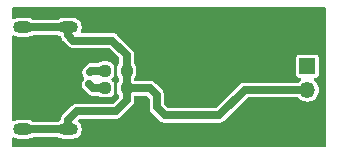
<source format=gbr>
%TF.GenerationSoftware,KiCad,Pcbnew,8.0.8*%
%TF.CreationDate,2025-02-05T16:41:29+08:00*%
%TF.ProjectId,5V24VBoostUp(USBC),35563234-5642-46f6-9f73-745570285553,rev?*%
%TF.SameCoordinates,Original*%
%TF.FileFunction,Copper,L2,Bot*%
%TF.FilePolarity,Positive*%
%FSLAX46Y46*%
G04 Gerber Fmt 4.6, Leading zero omitted, Abs format (unit mm)*
G04 Created by KiCad (PCBNEW 8.0.8) date 2025-02-05 16:41:29*
%MOMM*%
%LPD*%
G01*
G04 APERTURE LIST*
G04 Aperture macros list*
%AMRoundRect*
0 Rectangle with rounded corners*
0 $1 Rounding radius*
0 $2 $3 $4 $5 $6 $7 $8 $9 X,Y pos of 4 corners*
0 Add a 4 corners polygon primitive as box body*
4,1,4,$2,$3,$4,$5,$6,$7,$8,$9,$2,$3,0*
0 Add four circle primitives for the rounded corners*
1,1,$1+$1,$2,$3*
1,1,$1+$1,$4,$5*
1,1,$1+$1,$6,$7*
1,1,$1+$1,$8,$9*
0 Add four rect primitives between the rounded corners*
20,1,$1+$1,$2,$3,$4,$5,0*
20,1,$1+$1,$4,$5,$6,$7,0*
20,1,$1+$1,$6,$7,$8,$9,0*
20,1,$1+$1,$8,$9,$2,$3,0*%
G04 Aperture macros list end*
%TA.AperFunction,HeatsinkPad*%
%ADD10O,1.700000X1.000000*%
%TD*%
%TA.AperFunction,ComponentPad*%
%ADD11R,1.350000X1.350000*%
%TD*%
%TA.AperFunction,ComponentPad*%
%ADD12O,1.350000X1.350000*%
%TD*%
%TA.AperFunction,SMDPad,CuDef*%
%ADD13RoundRect,0.237500X-0.250000X-0.237500X0.250000X-0.237500X0.250000X0.237500X-0.250000X0.237500X0*%
%TD*%
%TA.AperFunction,ViaPad*%
%ADD14C,0.600000*%
%TD*%
%TA.AperFunction,Conductor*%
%ADD15C,0.650000*%
%TD*%
G04 APERTURE END LIST*
D10*
%TO.P,J3,S1,SHIELD*%
%TO.N,GND*%
X115898000Y-88843200D03*
X112098000Y-88843200D03*
X115898000Y-97483200D03*
X112098000Y-97483200D03*
%TD*%
D11*
%TO.P,J2,1,Pin_1*%
%TO.N,Net-(D1-K)*%
X136169400Y-92151200D03*
D12*
%TO.P,J2,2,Pin_2*%
%TO.N,GND*%
X136169400Y-94151200D03*
%TD*%
D13*
%TO.P,R4,1*%
%TO.N,Net-(J3-CC2)*%
X119022500Y-94005400D03*
%TO.P,R4,2*%
%TO.N,GND*%
X120847500Y-94005400D03*
%TD*%
%TO.P,R3,1*%
%TO.N,Net-(J3-CC1)*%
X119024400Y-92506800D03*
%TO.P,R3,2*%
%TO.N,GND*%
X120849400Y-92506800D03*
%TD*%
D14*
%TO.N,GND*%
X126415800Y-96291400D03*
X123418600Y-95123000D03*
X117729000Y-95957801D03*
X117322600Y-89966800D03*
%TO.N,Net-(J3-CC1)*%
X117729000Y-92659200D03*
%TO.N,Net-(J3-CC2)*%
X117703600Y-93675200D03*
%TD*%
D15*
%TO.N,GND*%
X124079000Y-96291400D02*
X123418600Y-95631000D01*
X115898000Y-88843200D02*
X115898000Y-89507400D01*
X128701800Y-96291400D02*
X126415800Y-96291400D01*
X136169400Y-94151200D02*
X130842000Y-94151200D01*
X117729000Y-95957801D02*
X119916799Y-95957801D01*
X112098000Y-88843200D02*
X115898000Y-88843200D01*
X117729000Y-95957801D02*
X117732399Y-95961200D01*
X120849400Y-92506800D02*
X120849400Y-94003500D01*
X112098000Y-97483200D02*
X115898000Y-97483200D01*
X120849400Y-91156800D02*
X120849400Y-92506800D01*
X130842000Y-94151200D02*
X128701800Y-96291400D01*
X115898000Y-97483200D02*
X115898000Y-96674600D01*
X123418600Y-94589600D02*
X123418600Y-95123000D01*
X122834400Y-94005400D02*
X123418600Y-94589600D01*
X115898000Y-96674600D02*
X116614799Y-95957801D01*
X126415800Y-96291400D02*
X124079000Y-96291400D01*
X120847500Y-94005400D02*
X122834400Y-94005400D01*
X116357400Y-89966800D02*
X117322600Y-89966800D01*
X116614799Y-95957801D02*
X117729000Y-95957801D01*
X120847500Y-95027100D02*
X120847500Y-94005400D01*
X115898000Y-89507400D02*
X116357400Y-89966800D01*
X119916799Y-95957801D02*
X120847500Y-95027100D01*
X119659400Y-89966800D02*
X120849400Y-91156800D01*
X117322600Y-89966800D02*
X119659400Y-89966800D01*
X123418600Y-95631000D02*
X123418600Y-95123000D01*
X120849400Y-94003500D02*
X120847500Y-94005400D01*
%TO.N,Net-(J3-CC1)*%
X117881400Y-92506800D02*
X117729000Y-92659200D01*
X119024400Y-92506800D02*
X117881400Y-92506800D01*
%TO.N,Net-(J3-CC2)*%
X119022500Y-94005400D02*
X118033800Y-94005400D01*
X118033800Y-94005400D02*
X117703600Y-93675200D01*
%TD*%
%TA.AperFunction,NonConductor*%
G36*
X115072689Y-89488385D02*
G01*
X115074541Y-89489598D01*
X115168821Y-89552594D01*
X115217018Y-89572557D01*
X115271419Y-89616397D01*
X115291181Y-89662927D01*
X115296534Y-89689843D01*
X115296536Y-89689849D01*
X115296537Y-89689851D01*
X115343688Y-89803686D01*
X115343690Y-89803688D01*
X115343690Y-89803689D01*
X115366999Y-89838572D01*
X115367000Y-89838574D01*
X115412140Y-89906131D01*
X115412141Y-89906132D01*
X115412142Y-89906133D01*
X115499267Y-89993258D01*
X115499268Y-89993258D01*
X115506335Y-90000325D01*
X115506334Y-90000325D01*
X115506338Y-90000328D01*
X115958663Y-90452655D01*
X115958667Y-90452658D01*
X116061110Y-90521109D01*
X116061111Y-90521109D01*
X116061115Y-90521112D01*
X116127796Y-90548731D01*
X116127798Y-90548733D01*
X116157529Y-90561047D01*
X116174948Y-90568263D01*
X116295794Y-90592300D01*
X116419007Y-90592300D01*
X117260994Y-90592300D01*
X119348948Y-90592300D01*
X119415987Y-90611985D01*
X119436629Y-90628619D01*
X120187581Y-91379571D01*
X120221066Y-91440894D01*
X120223900Y-91467252D01*
X120223900Y-91832392D01*
X120204215Y-91899431D01*
X120198704Y-91907317D01*
X120126039Y-92003139D01*
X120071782Y-92140724D01*
X120071782Y-92140725D01*
X120061400Y-92227181D01*
X120061400Y-92786418D01*
X120071782Y-92872874D01*
X120071782Y-92872875D01*
X120071783Y-92872877D01*
X120121505Y-92998964D01*
X120126039Y-93010460D01*
X120198704Y-93106283D01*
X120223527Y-93171594D01*
X120223900Y-93181208D01*
X120223900Y-93328486D01*
X120204215Y-93395525D01*
X120198704Y-93403411D01*
X120124139Y-93501739D01*
X120069882Y-93639324D01*
X120069882Y-93639325D01*
X120059500Y-93725781D01*
X120059500Y-94285018D01*
X120069882Y-94371474D01*
X120069882Y-94371475D01*
X120069883Y-94371477D01*
X120117117Y-94491255D01*
X120124139Y-94509060D01*
X120196804Y-94604883D01*
X120221627Y-94670194D01*
X120222000Y-94679808D01*
X120222000Y-94716648D01*
X120202315Y-94783687D01*
X120185681Y-94804329D01*
X119694028Y-95295982D01*
X119632705Y-95329467D01*
X119606347Y-95332301D01*
X116553188Y-95332301D01*
X116492770Y-95344319D01*
X116432347Y-95356338D01*
X116432342Y-95356339D01*
X116401632Y-95369060D01*
X116385196Y-95375868D01*
X116362968Y-95385075D01*
X116318512Y-95403489D01*
X116308356Y-95410276D01*
X116308248Y-95410348D01*
X116216067Y-95471941D01*
X116175051Y-95512958D01*
X116128941Y-95559068D01*
X115412144Y-96275864D01*
X115412138Y-96275872D01*
X115343690Y-96378308D01*
X115343688Y-96378313D01*
X115316622Y-96443658D01*
X115296538Y-96492144D01*
X115296535Y-96492156D01*
X115272500Y-96612989D01*
X115272500Y-96648006D01*
X115252815Y-96715045D01*
X115200011Y-96760800D01*
X115195954Y-96762567D01*
X115168821Y-96773806D01*
X115168815Y-96773809D01*
X115074541Y-96836802D01*
X115007864Y-96857680D01*
X115005650Y-96857700D01*
X112990350Y-96857700D01*
X112923311Y-96838015D01*
X112921459Y-96836802D01*
X112827184Y-96773809D01*
X112827172Y-96773802D01*
X112681501Y-96713464D01*
X112681489Y-96713461D01*
X112526845Y-96682700D01*
X112526842Y-96682700D01*
X111669158Y-96682700D01*
X111669155Y-96682700D01*
X111514510Y-96713461D01*
X111514498Y-96713464D01*
X111368827Y-96773802D01*
X111368816Y-96773808D01*
X111335790Y-96795876D01*
X111269113Y-96816753D01*
X111201733Y-96798268D01*
X111155043Y-96746289D01*
X111142900Y-96692773D01*
X111142900Y-93613588D01*
X117078100Y-93613588D01*
X117078100Y-93736811D01*
X117102135Y-93857644D01*
X117102140Y-93857661D01*
X117149285Y-93971481D01*
X117149290Y-93971490D01*
X117217739Y-94073927D01*
X117217745Y-94073935D01*
X117544816Y-94401006D01*
X117544845Y-94401037D01*
X117635063Y-94491255D01*
X117635067Y-94491258D01*
X117737507Y-94559707D01*
X117737513Y-94559710D01*
X117737514Y-94559711D01*
X117851348Y-94606863D01*
X117911771Y-94618881D01*
X117972193Y-94630900D01*
X117972194Y-94630900D01*
X118352076Y-94630900D01*
X118419115Y-94650585D01*
X118427001Y-94656096D01*
X118479333Y-94695781D01*
X118506342Y-94716262D01*
X118643923Y-94770517D01*
X118695409Y-94776700D01*
X118730381Y-94780900D01*
X118730382Y-94780900D01*
X119314619Y-94780900D01*
X119349591Y-94776700D01*
X119401077Y-94770517D01*
X119538658Y-94716262D01*
X119656500Y-94626900D01*
X119745862Y-94509058D01*
X119800117Y-94371477D01*
X119810500Y-94285018D01*
X119810500Y-93725782D01*
X119800117Y-93639323D01*
X119745862Y-93501742D01*
X119739047Y-93492755D01*
X119656500Y-93383899D01*
X119619213Y-93355624D01*
X119577690Y-93299432D01*
X119573138Y-93229710D01*
X119607003Y-93168596D01*
X119619208Y-93158019D01*
X119658400Y-93128300D01*
X119747762Y-93010458D01*
X119802017Y-92872877D01*
X119812400Y-92786418D01*
X119812400Y-92227182D01*
X119802017Y-92140723D01*
X119747762Y-92003142D01*
X119735305Y-91986715D01*
X119658400Y-91885299D01*
X119540560Y-91795939D01*
X119540558Y-91795938D01*
X119402977Y-91741683D01*
X119402976Y-91741682D01*
X119402974Y-91741682D01*
X119316519Y-91731300D01*
X119316518Y-91731300D01*
X118732282Y-91731300D01*
X118732281Y-91731300D01*
X118645825Y-91741682D01*
X118645824Y-91741682D01*
X118508239Y-91795939D01*
X118428901Y-91856104D01*
X118363590Y-91880927D01*
X118353976Y-91881300D01*
X117819789Y-91881300D01*
X117759371Y-91893318D01*
X117721659Y-91900819D01*
X117698950Y-91905336D01*
X117698948Y-91905337D01*
X117665607Y-91919147D01*
X117585119Y-91952484D01*
X117585105Y-91952492D01*
X117482672Y-92020938D01*
X117482664Y-92020944D01*
X117243147Y-92260461D01*
X117243140Y-92260469D01*
X117174690Y-92362909D01*
X117174685Y-92362918D01*
X117127540Y-92476738D01*
X117127535Y-92476755D01*
X117103500Y-92597588D01*
X117103500Y-92720811D01*
X117127535Y-92841644D01*
X117127540Y-92841661D01*
X117174685Y-92955481D01*
X117174690Y-92955490D01*
X117243139Y-93057927D01*
X117243141Y-93057931D01*
X117252032Y-93066822D01*
X117285514Y-93128146D01*
X117280527Y-93197838D01*
X117252029Y-93242180D01*
X117217745Y-93276464D01*
X117217739Y-93276472D01*
X117149290Y-93378909D01*
X117149285Y-93378918D01*
X117102140Y-93492738D01*
X117102135Y-93492755D01*
X117078100Y-93613588D01*
X111142900Y-93613588D01*
X111142900Y-89633626D01*
X111162585Y-89566587D01*
X111215389Y-89520832D01*
X111284547Y-89510888D01*
X111335792Y-89530525D01*
X111368812Y-89552589D01*
X111368827Y-89552597D01*
X111514498Y-89612935D01*
X111514503Y-89612937D01*
X111669153Y-89643699D01*
X111669156Y-89643700D01*
X111669158Y-89643700D01*
X112526844Y-89643700D01*
X112526845Y-89643699D01*
X112681497Y-89612937D01*
X112827179Y-89552594D01*
X112921459Y-89489598D01*
X112988136Y-89468720D01*
X112990350Y-89468700D01*
X115005650Y-89468700D01*
X115072689Y-89488385D01*
G37*
%TD.AperFunction*%
%TA.AperFunction,NonConductor*%
G36*
X137720139Y-87184985D02*
G01*
X137765894Y-87237789D01*
X137777100Y-87289300D01*
X137777100Y-98892700D01*
X137757415Y-98959739D01*
X137704611Y-99005494D01*
X137653100Y-99016700D01*
X111266900Y-99016700D01*
X111199861Y-98997015D01*
X111154106Y-98944211D01*
X111142900Y-98892700D01*
X111142900Y-98273626D01*
X111162585Y-98206587D01*
X111215389Y-98160832D01*
X111284547Y-98150888D01*
X111335792Y-98170525D01*
X111368812Y-98192589D01*
X111368827Y-98192597D01*
X111514498Y-98252935D01*
X111514503Y-98252937D01*
X111669153Y-98283699D01*
X111669156Y-98283700D01*
X111669158Y-98283700D01*
X112526844Y-98283700D01*
X112526845Y-98283699D01*
X112681497Y-98252937D01*
X112827179Y-98192594D01*
X112921459Y-98129598D01*
X112988136Y-98108720D01*
X112990350Y-98108700D01*
X115005650Y-98108700D01*
X115072689Y-98128385D01*
X115074541Y-98129598D01*
X115168821Y-98192594D01*
X115168823Y-98192595D01*
X115168827Y-98192597D01*
X115314498Y-98252935D01*
X115314503Y-98252937D01*
X115469153Y-98283699D01*
X115469156Y-98283700D01*
X115469158Y-98283700D01*
X116326844Y-98283700D01*
X116326845Y-98283699D01*
X116481497Y-98252937D01*
X116627179Y-98192594D01*
X116758289Y-98104989D01*
X116869789Y-97993489D01*
X116957394Y-97862379D01*
X117017737Y-97716697D01*
X117048500Y-97562042D01*
X117048500Y-97404358D01*
X117048500Y-97404355D01*
X117048499Y-97404353D01*
X117017738Y-97249710D01*
X117017737Y-97249703D01*
X117017735Y-97249698D01*
X116957397Y-97104027D01*
X116957390Y-97104014D01*
X116869789Y-96972911D01*
X116869786Y-96972907D01*
X116764715Y-96867836D01*
X116731230Y-96806513D01*
X116736214Y-96736821D01*
X116764712Y-96692477D01*
X116837571Y-96619618D01*
X116898894Y-96586135D01*
X116925251Y-96583301D01*
X117641492Y-96583301D01*
X117665682Y-96585683D01*
X117670792Y-96586700D01*
X117670793Y-96586700D01*
X117794005Y-96586700D01*
X117794006Y-96586700D01*
X117799115Y-96585683D01*
X117823306Y-96583301D01*
X119978406Y-96583301D01*
X120038828Y-96571282D01*
X120099251Y-96559264D01*
X120151883Y-96537463D01*
X120213085Y-96512113D01*
X120270345Y-96473852D01*
X120315532Y-96443659D01*
X120402657Y-96356534D01*
X120402658Y-96356531D01*
X120409724Y-96349466D01*
X120409727Y-96349462D01*
X121246229Y-95512960D01*
X121246233Y-95512958D01*
X121333358Y-95425833D01*
X121371291Y-95369063D01*
X121401812Y-95323386D01*
X121439554Y-95232267D01*
X121448963Y-95209552D01*
X121473000Y-95088706D01*
X121473000Y-94754900D01*
X121492685Y-94687861D01*
X121545489Y-94642106D01*
X121597000Y-94630900D01*
X122523948Y-94630900D01*
X122590987Y-94650585D01*
X122611629Y-94667219D01*
X122756781Y-94812371D01*
X122790266Y-94873694D01*
X122793100Y-94900052D01*
X122793100Y-95061394D01*
X122793100Y-95569393D01*
X122793100Y-95692607D01*
X122793100Y-95692609D01*
X122793099Y-95692609D01*
X122800275Y-95728679D01*
X122800275Y-95728681D01*
X122817135Y-95813444D01*
X122817138Y-95813454D01*
X122830947Y-95846792D01*
X122830947Y-95846793D01*
X122864285Y-95927280D01*
X122864290Y-95927289D01*
X122898514Y-95978507D01*
X122898515Y-95978509D01*
X122932740Y-96029731D01*
X122932741Y-96029732D01*
X122932742Y-96029733D01*
X123019867Y-96116858D01*
X123019868Y-96116858D01*
X123026935Y-96123925D01*
X123026934Y-96123925D01*
X123026938Y-96123928D01*
X123680263Y-96777255D01*
X123680267Y-96777258D01*
X123782710Y-96845709D01*
X123782711Y-96845709D01*
X123782715Y-96845712D01*
X123849396Y-96873331D01*
X123849398Y-96873333D01*
X123896543Y-96892861D01*
X123896548Y-96892863D01*
X123916597Y-96896851D01*
X123950196Y-96903534D01*
X124017392Y-96916901D01*
X124017394Y-96916901D01*
X124146721Y-96916901D01*
X124146741Y-96916900D01*
X128763407Y-96916900D01*
X128823829Y-96904881D01*
X128884252Y-96892863D01*
X128923891Y-96876444D01*
X128998086Y-96845712D01*
X129049309Y-96811484D01*
X129100533Y-96777258D01*
X129187658Y-96690133D01*
X129187659Y-96690131D01*
X129194725Y-96683065D01*
X129194727Y-96683061D01*
X131064771Y-94813019D01*
X131126094Y-94779534D01*
X131152452Y-94776700D01*
X135362138Y-94776700D01*
X135429177Y-94796385D01*
X135457992Y-94822036D01*
X135476280Y-94844320D01*
X135624817Y-94966222D01*
X135624824Y-94966226D01*
X135794281Y-95056803D01*
X135794283Y-95056803D01*
X135794286Y-95056805D01*
X135978169Y-95112585D01*
X135978168Y-95112585D01*
X135995314Y-95114273D01*
X136169400Y-95131420D01*
X136360631Y-95112585D01*
X136544514Y-95056805D01*
X136713981Y-94966223D01*
X136862520Y-94844320D01*
X136984423Y-94695781D01*
X137075005Y-94526314D01*
X137130785Y-94342431D01*
X137149620Y-94151200D01*
X137130785Y-93959969D01*
X137075005Y-93776086D01*
X137075003Y-93776083D01*
X137075003Y-93776081D01*
X136984426Y-93606624D01*
X136984422Y-93606617D01*
X136862520Y-93458079D01*
X136726623Y-93346552D01*
X136687289Y-93288807D01*
X136685418Y-93218962D01*
X136721605Y-93159194D01*
X136784361Y-93128478D01*
X136805287Y-93126699D01*
X136889264Y-93126699D01*
X136889279Y-93126697D01*
X136889282Y-93126697D01*
X136914387Y-93123786D01*
X136914388Y-93123785D01*
X136914391Y-93123785D01*
X137017165Y-93078406D01*
X137096606Y-92998965D01*
X137141985Y-92896191D01*
X137144900Y-92871065D01*
X137144899Y-91431336D01*
X137143108Y-91415890D01*
X137141986Y-91406212D01*
X137141985Y-91406210D01*
X137141985Y-91406209D01*
X137096606Y-91303435D01*
X137017165Y-91223994D01*
X137017163Y-91223993D01*
X136914392Y-91178615D01*
X136889265Y-91175700D01*
X135449543Y-91175700D01*
X135449517Y-91175702D01*
X135424412Y-91178613D01*
X135424408Y-91178615D01*
X135321635Y-91223993D01*
X135242194Y-91303434D01*
X135196815Y-91406206D01*
X135196815Y-91406208D01*
X135193900Y-91431331D01*
X135193900Y-92871056D01*
X135193902Y-92871082D01*
X135196813Y-92896187D01*
X135196815Y-92896191D01*
X135242193Y-92998964D01*
X135242194Y-92998965D01*
X135321635Y-93078406D01*
X135424409Y-93123785D01*
X135449535Y-93126700D01*
X135533512Y-93126699D01*
X135600548Y-93146383D01*
X135646304Y-93199186D01*
X135656248Y-93268345D01*
X135627224Y-93331901D01*
X135612175Y-93346552D01*
X135476280Y-93458078D01*
X135457992Y-93480364D01*
X135400247Y-93519699D01*
X135362138Y-93525700D01*
X130780389Y-93525700D01*
X130719971Y-93537718D01*
X130659548Y-93549737D01*
X130659543Y-93549738D01*
X130625546Y-93563820D01*
X130612397Y-93569267D01*
X130565246Y-93588797D01*
X130545717Y-93596887D01*
X130545711Y-93596890D01*
X130536006Y-93603375D01*
X130531152Y-93606619D01*
X130443268Y-93665340D01*
X130399705Y-93708903D01*
X130356142Y-93752467D01*
X130356139Y-93752470D01*
X129412828Y-94695782D01*
X128479029Y-95629581D01*
X128417706Y-95663066D01*
X128391348Y-95665900D01*
X124389453Y-95665900D01*
X124322414Y-95646215D01*
X124301772Y-95629581D01*
X124080419Y-95408228D01*
X124046934Y-95346905D01*
X124044100Y-95320547D01*
X124044100Y-94657341D01*
X124044101Y-94657320D01*
X124044101Y-94527991D01*
X124020064Y-94407155D01*
X124020063Y-94407149D01*
X123972912Y-94293315D01*
X123904458Y-94190867D01*
X123904455Y-94190863D01*
X123327328Y-93613738D01*
X123327325Y-93613734D01*
X123327325Y-93613735D01*
X123320258Y-93606668D01*
X123320258Y-93606667D01*
X123233133Y-93519542D01*
X123233132Y-93519541D01*
X123233131Y-93519540D01*
X123181909Y-93485315D01*
X123141150Y-93458080D01*
X123130686Y-93451088D01*
X123130683Y-93451086D01*
X123130680Y-93451085D01*
X123050192Y-93417747D01*
X123016853Y-93403937D01*
X123006827Y-93401943D01*
X122956429Y-93391918D01*
X122896010Y-93379900D01*
X122896007Y-93379900D01*
X122896006Y-93379900D01*
X121598900Y-93379900D01*
X121531861Y-93360215D01*
X121486106Y-93307411D01*
X121474900Y-93255900D01*
X121474900Y-93181208D01*
X121494585Y-93114169D01*
X121500096Y-93106283D01*
X121572760Y-93010460D01*
X121572762Y-93010458D01*
X121627017Y-92872877D01*
X121637400Y-92786418D01*
X121637400Y-92227182D01*
X121627017Y-92140723D01*
X121572762Y-92003142D01*
X121500096Y-91907317D01*
X121475273Y-91842006D01*
X121474900Y-91832392D01*
X121474900Y-91095196D01*
X121474900Y-91095194D01*
X121450863Y-90974348D01*
X121437052Y-90941007D01*
X121403712Y-90860514D01*
X121369484Y-90809290D01*
X121335258Y-90758067D01*
X121335256Y-90758064D01*
X121245037Y-90667845D01*
X121245006Y-90667816D01*
X120149598Y-89572408D01*
X120149578Y-89572386D01*
X120058133Y-89480941D01*
X120003838Y-89444663D01*
X119955687Y-89412489D01*
X119955686Y-89412488D01*
X119955683Y-89412486D01*
X119955680Y-89412485D01*
X119875192Y-89379147D01*
X119841853Y-89365337D01*
X119831827Y-89363343D01*
X119781429Y-89353318D01*
X119721010Y-89341300D01*
X119721007Y-89341300D01*
X119721006Y-89341300D01*
X117384206Y-89341300D01*
X117093714Y-89341300D01*
X117026675Y-89321615D01*
X116980920Y-89268811D01*
X116970976Y-89199653D01*
X116979153Y-89169847D01*
X117017737Y-89076697D01*
X117048500Y-88922042D01*
X117048500Y-88764358D01*
X117048500Y-88764355D01*
X117048499Y-88764353D01*
X117017738Y-88609710D01*
X117017737Y-88609703D01*
X117017735Y-88609698D01*
X116957397Y-88464027D01*
X116957390Y-88464014D01*
X116869789Y-88332911D01*
X116869786Y-88332907D01*
X116758292Y-88221413D01*
X116758288Y-88221410D01*
X116627185Y-88133809D01*
X116627172Y-88133802D01*
X116481501Y-88073464D01*
X116481489Y-88073461D01*
X116326845Y-88042700D01*
X116326842Y-88042700D01*
X115469158Y-88042700D01*
X115469155Y-88042700D01*
X115314510Y-88073461D01*
X115314498Y-88073464D01*
X115168827Y-88133802D01*
X115168815Y-88133809D01*
X115074541Y-88196802D01*
X115007864Y-88217680D01*
X115005650Y-88217700D01*
X112990350Y-88217700D01*
X112923311Y-88198015D01*
X112921459Y-88196802D01*
X112827184Y-88133809D01*
X112827172Y-88133802D01*
X112681501Y-88073464D01*
X112681489Y-88073461D01*
X112526845Y-88042700D01*
X112526842Y-88042700D01*
X111669158Y-88042700D01*
X111669155Y-88042700D01*
X111514510Y-88073461D01*
X111514498Y-88073464D01*
X111368827Y-88133802D01*
X111368816Y-88133808D01*
X111335790Y-88155876D01*
X111269113Y-88176753D01*
X111201733Y-88158268D01*
X111155043Y-88106289D01*
X111142900Y-88052773D01*
X111142900Y-87289300D01*
X111162585Y-87222261D01*
X111215389Y-87176506D01*
X111266900Y-87165300D01*
X137653100Y-87165300D01*
X137720139Y-87184985D01*
G37*
%TD.AperFunction*%
M02*

</source>
